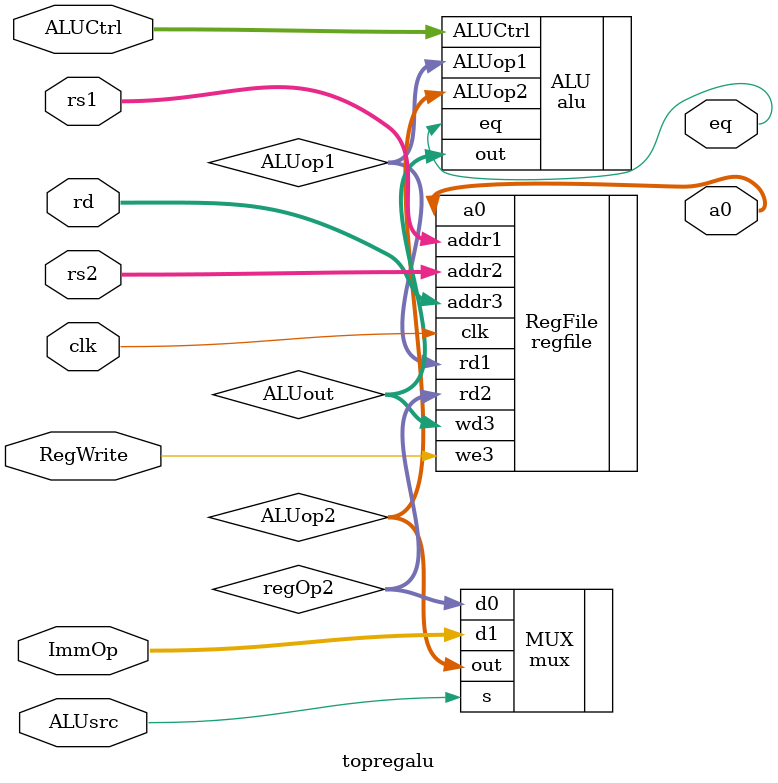
<source format=sv>
module topregalu #(
    parameter   DATA_WIDTH = 32,
                ADDRESS_WIDTH = 5
)(
    // interface signals
    input logic                                      clk,
    input logic        [ADDRESS_WIDTH-1:0]           rs1,           
    input logic        [ADDRESS_WIDTH-1:0]           rs2,      
    input logic        [ADDRESS_WIDTH-1:0]           rd,
    input logic                                      RegWrite,
    input logic                                      ALUsrc,   
    input logic        [2:0]                              ALUCtrl,
    input logic        [DATA_WIDTH-1:0]              ImmOp,
    output logic                                     eq,
    output logic       [DATA_WIDTH-1:0]              a0
);

logic [DATA_WIDTH-1:0] ALUout;
logic [DATA_WIDTH-1:0] ALUop1;
logic [DATA_WIDTH-1:0] ALUop2;
logic [DATA_WIDTH-1:0] regOp2;

regfile RegFile (
    .clk(clk),
    .addr1(rs1),
    .addr2(rs2),
    .addr3(rd),
    .we3(RegWrite),
    .wd3(ALUout),
    .rd1(ALUop1),
    .rd2(regOp2),
    .a0(a0)
);

alu ALU(
    .ALUop1(ALUop1),
    .ALUop2(ALUop2),
    .ALUCtrl(ALUCtrl),
    .eq(eq),
    .out(ALUout)
);

mux MUX(
    .d0(regOp2),
    .d1(ImmOp),
    .s(ALUsrc),
    .out(ALUop2)
);

endmodule

</source>
